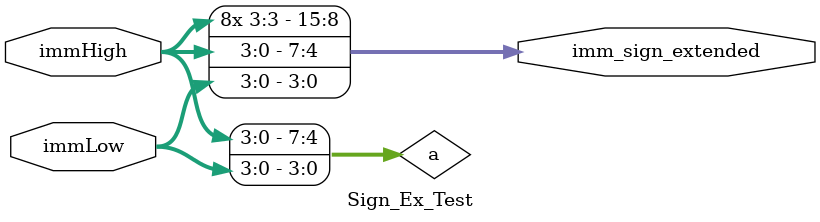
<source format=v>
`timescale 1ns / 1ps
 
    

module Sign_Ex_Test(immLow, immHigh, imm_sign_extended);

	
	
      
	output [15:0] imm_sign_extended; // 16-bit output
   input [3:0] immLow ;
	input [3:0] immHigh;
	
	wire [7:0]a;
	assign a = {immHigh,immLow};
	assign imm_sign_extended ={{8{a[7]}}, a};
	
endmodule
</source>
